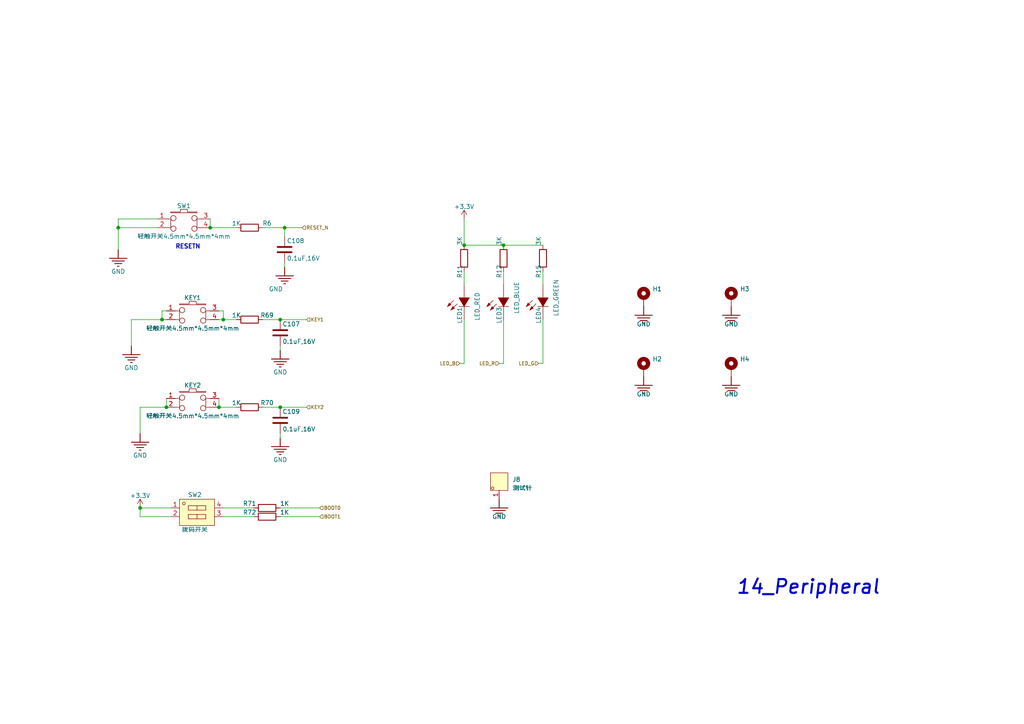
<source format=kicad_sch>
(kicad_sch (version 20230121) (generator eeschema)
  (paper "A4")
  (lib_symbols
    (symbol "0.1uF,16V_1" (pin_numbers hide) (pin_names (offset 0.254))
      (property "Reference" "C" (at 0.635 2.54 0))
      (property "Value" "0.1uF,16V_1" (at 0.635 -2.54 0))
      (symbol "0.1uF,16V_1_0_1"
        (polyline (pts (xy -2.032 -0.762) (xy 2.032 -0.762)) (stroke (width 0.508)))
        (polyline (pts (xy -2.032 0.762) (xy 2.032 0.762)) (stroke (width 0.508)))
      )
      (symbol "0.1uF,16V_1_1_1"
        (pin passive line (at 0 3.81 270) (length 2.794) (name "~") (number "1"))
        (pin passive line (at 0 -3.81 90) (length 2.794) (name "~") (number "2"))
      )
    )
    (symbol "0.1uF,16V_2" (pin_numbers hide) (pin_names (offset 0.254))
      (property "Reference" "C" (at 0.635 2.54 0))
      (property "Value" "0.1uF,16V_2" (at 0.635 -2.54 0))
      (symbol "0.1uF,16V_2_0_1"
        (polyline (pts (xy -2.032 -0.762) (xy 2.032 -0.762)) (stroke (width 0.508)))
        (polyline (pts (xy -2.032 0.762) (xy 2.032 0.762)) (stroke (width 0.508)))
      )
      (symbol "0.1uF,16V_2_1_1"
        (pin passive line (at 0 3.81 270) (length 2.794) (name "~") (number "1"))
        (pin passive line (at 0 -3.81 90) (length 2.794) (name "~") (number "2"))
      )
    )
    (symbol "01-HPM-Peripheral:LED_BLUE" (pin_numbers hide) (pin_names (offset 1.016) hide)
      (property "Reference" "LED" (at -5.08 1.27 0))
      (property "Value" "LED_BLUE" (at 0 -3.81 0))
      (symbol "LED_BLUE_1_1"
        (polyline (pts (xy -2.54 1.524) (xy -2.54 -1.524)) (stroke (width 0.1524)))
        (polyline (pts (xy -1.778 2.032) (xy -3.556 3.81)) (stroke (width 0.1524)))
        (polyline (pts (xy -0.762 3.048) (xy -2.54 4.826)) (stroke (width 0.1524)))
        (polyline (pts (xy -3.556 3.81) (xy -2.54 3.302) (xy -3.048 2.794) (xy -3.556 3.81)) (stroke (width 0.1524)) (fill (type outline)))
        (polyline (pts (xy -2.54 4.826) (xy -1.524 4.318) (xy -2.032 3.81) (xy -2.54 4.826)) (stroke (width 0.1524)) (fill (type outline)))
        (polyline (pts (xy 0 -1.524) (xy -2.54 0) (xy 0 1.524) (xy 0 -1.524)) (stroke (width 0.1524)) (fill (type outline)))
        (pin input line (at -6.35 0 0) (length 3.81) (name "K") (number "1"))
        (pin input line (at 3.81 0 180) (length 3.81) (name "A") (number "2"))
      )
    )
    (symbol "01-HPM-Peripheral:LED_GREEN" (pin_numbers hide) (pin_names (offset 1.016) hide)
      (property "Reference" "LED" (at -5.08 1.27 0))
      (property "Value" "LED_GREEN" (at 0 -3.81 0))
      (symbol "LED_GREEN_1_1"
        (polyline (pts (xy -2.54 1.524) (xy -2.54 -1.524)) (stroke (width 0.1524)))
        (polyline (pts (xy -1.778 2.032) (xy -3.556 3.81)) (stroke (width 0.1524)))
        (polyline (pts (xy -0.762 3.048) (xy -2.54 4.826)) (stroke (width 0.1524)))
        (polyline (pts (xy -3.556 3.81) (xy -2.54 3.302) (xy -3.048 2.794) (xy -3.556 3.81)) (stroke (width 0.1524)) (fill (type outline)))
        (polyline (pts (xy -2.54 4.826) (xy -1.524 4.318) (xy -2.032 3.81) (xy -2.54 4.826)) (stroke (width 0.1524)) (fill (type outline)))
        (polyline (pts (xy 0 -1.524) (xy -2.54 0) (xy 0 1.524) (xy 0 -1.524)) (stroke (width 0.1524)) (fill (type outline)))
        (pin input line (at -6.35 0 0) (length 3.81) (name "K") (number "1"))
        (pin input line (at 3.81 0 180) (length 3.81) (name "A") (number "2"))
      )
    )
    (symbol "01-HPM-Peripheral:LED_RED" (pin_numbers hide) (pin_names (offset 1.016) hide)
      (property "Reference" "LED" (at -5.08 1.27 0))
      (property "Value" "LED_RED" (at 0 -3.81 0))
      (symbol "LED_RED_1_1"
        (polyline (pts (xy -2.54 1.524) (xy -2.54 -1.524)) (stroke (width 0.1524)))
        (polyline (pts (xy -1.778 2.032) (xy -3.556 3.81)) (stroke (width 0.1524)))
        (polyline (pts (xy -0.762 3.048) (xy -2.54 4.826)) (stroke (width 0.1524)))
        (polyline (pts (xy -3.556 3.81) (xy -2.54 3.302) (xy -3.048 2.794) (xy -3.556 3.81)) (stroke (width 0.1524)) (fill (type outline)))
        (polyline (pts (xy -2.54 4.826) (xy -1.524 4.318) (xy -2.032 3.81) (xy -2.54 4.826)) (stroke (width 0.1524)) (fill (type outline)))
        (polyline (pts (xy 0 -1.524) (xy -2.54 0) (xy 0 1.524) (xy 0 -1.524)) (stroke (width 0.1524)) (fill (type outline)))
        (pin input line (at -6.35 0 0) (length 3.81) (name "K") (number "1"))
        (pin input line (at 3.81 0 180) (length 3.81) (name "A") (number "2"))
      )
    )
    (symbol "01-HPM-Peripheral:拨码开关" (pin_names (offset 1.016) hide)
      (property "Reference" "SW" (at -0.635 5.08 0))
      (property "Value" "拨码开关" (at -0.635 -5.08 0))
      (symbol "拨码开关_1_1"
        (rectangle (start -5.08 -3.81) (end 5.08 3.81) (fill (type background)))
        (circle (center -3.81 2.54) (radius 0.381))
        (rectangle (start -2.54 -1.905) (end 2.54 -0.635))
        (rectangle (start -2.54 0.635) (end 2.54 1.905))
        (polyline (pts (xy 0 -0.635) (xy 0 -1.905)))
        (polyline (pts (xy 0 1.905) (xy 0 0.635)))
        (pin input line (at -7.62 1.27 0) (length 2.54) (name "PIN1") (number "1"))
        (pin input line (at -7.62 -1.27 0) (length 2.54) (name "PIN2") (number "2"))
        (pin input line (at 7.62 -1.27 180) (length 2.54) (name "PIN3") (number "3"))
        (pin input line (at 7.62 1.27 180) (length 2.54) (name "PIN4") (number "4"))
      )
    )
    (symbol "01-HPM-Peripheral:轻触开关4.5mm*4.5mm*4mm" (pin_names (offset 1.016) hide)
      (property "Reference" "SW" (at 0 3.81 0))
      (property "Value" "轻触开关4.5mm*4.5mm*4mm" (at 0 -5.08 0))
      (symbol "轻触开关4.5mm*4.5mm*4mm_1_1"
        (arc (start -3.81 -2.8194) (mid -3.048 -3.5781) (end -2.286 -2.8194))
        (arc (start -3.81 0.2286) (mid -3.048 -0.5301) (end -2.286 0.2286))
        (arc (start -2.286 -2.794) (mid -3.0605 -2.0571) (end -3.81 -2.8194))
        (arc (start -2.286 0.254) (mid -3.0605 0.9909) (end -3.81 0.2286))
        (polyline (pts (xy -5.08 -2.54) (xy -4.064 -2.54)))
        (polyline (pts (xy -5.08 0) (xy -4.064 0)))
        (polyline (pts (xy -3.81 0.254) (xy -3.81 -2.794)))
        (polyline (pts (xy 3.81 -2.794) (xy 3.81 0.254)))
        (polyline (pts (xy 5.08 -2.54) (xy 4.064 -2.54)))
        (polyline (pts (xy 5.08 0) (xy 4.064 0)))
        (polyline (pts (xy -3.81 2.032) (xy -3.81 1.778) (xy -3.81 1.778) (xy 3.81 1.778) (xy 3.81 1.778) (xy 3.81 2.032) (xy 3.81 2.032) (xy 1.016 2.032) (xy 1.016 2.032) (xy 1.016 2.794) (xy 1.016 2.794) (xy -1.016 2.794) (xy -1.016 2.794) (xy -1.016 2.032) (xy -1.016 2.032) (xy -3.81 2.032)))
        (arc (start 2.286 -2.8194) (mid 3.048 -3.5781) (end 3.81 -2.8194))
        (arc (start 2.286 0.2286) (mid 3.048 -0.5301) (end 3.81 0.2286))
        (arc (start 3.81 -2.794) (mid 3.0355 -2.0568) (end 2.286 -2.8194))
        (arc (start 3.81 0.254) (mid 3.0355 0.9912) (end 2.286 0.2286))
        (pin input line (at -7.62 0 0) (length 2.54) (name "1") (number "1"))
        (pin input line (at -7.62 -2.54 0) (length 2.54) (name "2") (number "2"))
        (pin input line (at 7.62 0 180) (length 2.54) (name "3") (number "3"))
        (pin input line (at 7.62 -2.54 180) (length 2.54) (name "4") (number "4"))
      )
    )
    (symbol "02_HPM_Resistor:1K" (pin_numbers hide) (pin_names (offset 0))
      (property "Reference" "R" (at -5.08 1.27 0))
      (property "Value" "1K" (at 5.08 1.27 0))
      (symbol "1K_0_1"
        (rectangle (start 2.54 -1.016) (end -2.54 1.016) (stroke (width 0.254)))
      )
      (symbol "1K_1_1"
        (pin passive line (at -3.81 0 0) (length 1.27) (name "~") (number "1"))
        (pin passive line (at 3.81 0 180) (length 1.27) (name "~") (number "2"))
      )
    )
    (symbol "02_HPM_Resistor:3K" (pin_numbers hide) (pin_names (offset 0))
      (property "Reference" "R" (at -3.81 1.27 0))
      (property "Value" "3K" (at 5.08 1.27 0))
      (symbol "3K_0_1"
        (rectangle (start 2.54 -1.016) (end -2.54 1.016) (stroke (width 0.254)))
      )
      (symbol "3K_1_1"
        (pin passive line (at -3.81 0 0) (length 1.27) (name "~") (number "1"))
        (pin passive line (at 3.81 0 180) (length 1.27) (name "~") (number "2"))
      )
    )
    (symbol "03_HPM_Capacitance:0.1uF,16V" (pin_numbers hide) (pin_names (offset 0.254))
      (property "Reference" "C" (at 0.635 2.54 0))
      (property "Value" "0.1uF,16V" (at 0.635 -2.54 0))
      (symbol "0.1uF,16V_0_1"
        (polyline (pts (xy -2.032 -0.762) (xy 2.032 -0.762)) (stroke (width 0.508)))
        (polyline (pts (xy -2.032 0.762) (xy 2.032 0.762)) (stroke (width 0.508)))
      )
      (symbol "0.1uF,16V_1_1"
        (pin passive line (at 0 3.81 270) (length 2.794) (name "~") (number "1"))
        (pin passive line (at 0 -3.81 90) (length 2.794) (name "~") (number "2"))
      )
    )
    (symbol "05_HPM_Connector:测试针绿" (pin_names (offset 1.016) hide)
      (property "Reference" "J" (at -3.175 1.905 0))
      (property "Value" "测试针绿" (at 0.635 6.985 0))
      (symbol "测试针绿_1_1"
        (circle (center -1.905 1.905) (radius 0.381))
        (rectangle (start 2.54 1.27) (end -2.54 6.35) (fill (type background)))
        (pin input line (at 0 -1.27 90) (length 2.54) (name "1") (number "1"))
      )
    )
    (symbol "1K_1" (pin_numbers hide) (pin_names (offset 0))
      (property "Reference" "R" (at -5.08 1.27 0))
      (property "Value" "1K" (at 5.08 1.27 0))
      (symbol "1K_1_0_1"
        (rectangle (start 2.54 -1.016) (end -2.54 1.016) (stroke (width 0.254)))
      )
      (symbol "1K_1_1_1"
        (pin passive line (at -3.81 0 0) (length 1.27) (name "~") (number "1"))
        (pin passive line (at 3.81 0 180) (length 1.27) (name "~") (number "2"))
      )
    )
    (symbol "1K_2" (pin_numbers hide) (pin_names (offset 0))
      (property "Reference" "R" (at -5.08 1.27 0))
      (property "Value" "1K_2" (at 5.08 1.27 0))
      (symbol "1K_2_0_1"
        (rectangle (start 2.54 -1.016) (end -2.54 1.016) (stroke (width 0.254)))
      )
      (symbol "1K_2_1_1"
        (pin passive line (at -3.81 0 0) (length 1.27) (name "~") (number "1"))
        (pin passive line (at 3.81 0 180) (length 1.27) (name "~") (number "2"))
      )
    )
    (symbol "456-altium-import:GND" (power)
      (property "Reference" "#PWR" (at 0 0 0))
      (property "Value" "GND" (at 0 6.35 0))
      (symbol "GND_0_0"
        (polyline (pts (xy -2.54 -2.54) (xy 2.54 -2.54)) (stroke (width 0.254)))
        (polyline (pts (xy -1.778 -3.302) (xy 1.778 -3.302)) (stroke (width 0.254)))
        (polyline (pts (xy -1.016 -4.064) (xy 1.016 -4.064)) (stroke (width 0.254)))
        (polyline (pts (xy -0.254 -4.826) (xy 0.254 -4.826)) (stroke (width 0.254)))
        (polyline (pts (xy 0 0) (xy 0 -2.54)) (stroke (width 0.254)))
        (pin power_in line (at 0 0 0) (length 0) hide (name "GND") (number ""))
      )
    )
    (symbol "GND_1" (power)
      (property "Value" "GND_1" (at 1.27 -6.35 0))
      (symbol "GND_1_0_0"
        (polyline (pts (xy -2.54 -2.54) (xy 2.54 -2.54)) (stroke (width 0.254)))
        (polyline (pts (xy -1.778 -3.302) (xy 1.778 -3.302)) (stroke (width 0.254)))
        (polyline (pts (xy -1.016 -4.064) (xy 1.016 -4.064)) (stroke (width 0.254)))
        (polyline (pts (xy -0.254 -4.826) (xy 0.254 -4.826)) (stroke (width 0.254)))
        (polyline (pts (xy 0 0) (xy 0 -2.54)) (stroke (width 0.254)))
        (pin power_in line (at 0 0 0) (length 0) hide (name "GND") (number ""))
      )
    )
    (symbol "GND_2" (power)
      (property "Value" "GND_2" (at 1.27 -6.35 0))
      (symbol "GND_2_0_0"
        (polyline (pts (xy -2.54 -2.54) (xy 2.54 -2.54)) (stroke (width 0.254)))
        (polyline (pts (xy -1.778 -3.302) (xy 1.778 -3.302)) (stroke (width 0.254)))
        (polyline (pts (xy -1.016 -4.064) (xy 1.016 -4.064)) (stroke (width 0.254)))
        (polyline (pts (xy -0.254 -4.826) (xy 0.254 -4.826)) (stroke (width 0.254)))
        (polyline (pts (xy 0 0) (xy 0 -2.54)) (stroke (width 0.254)))
        (pin power_in line (at 0 0 0) (length 0) hide (name "GND") (number ""))
      )
    )
    (symbol "GND_3" (power)
      (property "Value" "GND_3" (at 1.27 -6.35 0))
      (symbol "GND_3_0_0"
        (polyline (pts (xy -2.54 -2.54) (xy 2.54 -2.54)) (stroke (width 0.254)))
        (polyline (pts (xy -1.778 -3.302) (xy 1.778 -3.302)) (stroke (width 0.254)))
        (polyline (pts (xy -1.016 -4.064) (xy 1.016 -4.064)) (stroke (width 0.254)))
        (polyline (pts (xy -0.254 -4.826) (xy 0.254 -4.826)) (stroke (width 0.254)))
        (polyline (pts (xy 0 0) (xy 0 -2.54)) (stroke (width 0.254)))
        (pin power_in line (at 0 0 0) (length 0) hide (name "GND") (number ""))
      )
    )
    (symbol "Mechanical:MountingHole_Pad" (pin_numbers hide) (pin_names (offset 1.016) hide)
      (property "Reference" "H" (at 0 6.35 0))
      (property "Value" "MountingHole_Pad" (at 0 4.445 0))
      (symbol "MountingHole_Pad_0_1"
        (circle (center 0 1.27) (radius 1.27) (stroke (width 1.27)))
      )
      (symbol "MountingHole_Pad_1_1"
        (pin input line (at 0 -2.54 90) (length 2.54) (name "1") (number "1"))
      )
    )
    (symbol "power:+3.3V" (power) (pin_names (offset 0))
      (property "Value" "+3.3V" (at 0 3.556 0))
      (symbol "+3.3V_0_1"
        (polyline (pts (xy -0.762 1.27) (xy 0 2.54)))
        (polyline (pts (xy 0 0) (xy 0 2.54)))
        (polyline (pts (xy 0 2.54) (xy 0.762 1.27)))
      )
      (symbol "+3.3V_1_1"
        (pin power_in line (at 0 0 90) (length 0) hide (name "+3.3V") (number "1"))
      )
    )
    (symbol "power:GND" (power)
      (property "Value" "GND" (at 1.27 -6.35 0))
      (symbol "GND_0_0"
        (polyline (pts (xy -2.54 -2.54) (xy 2.54 -2.54)) (stroke (width 0.254)))
        (polyline (pts (xy -1.778 -3.302) (xy 1.778 -3.302)) (stroke (width 0.254)))
        (polyline (pts (xy -1.016 -4.064) (xy 1.016 -4.064)) (stroke (width 0.254)))
        (polyline (pts (xy -0.254 -4.826) (xy 0.254 -4.826)) (stroke (width 0.254)))
        (polyline (pts (xy 0 0) (xy 0 -2.54)) (stroke (width 0.254)))
        (pin power_in line (at 0 0 0) (length 0) hide (name "GND") (number ""))
      )
    )
  )
  (junction (at 146.05 71.12))
  (junction (at 40.64 147.32))
  (junction (at 34.29 66.04))
  (junction (at 48.26 118.11))
  (junction (at 134.62 71.12))
  (junction (at 60.96 66.04))
  (junction (at 81.28 118.11))
  (junction (at 82.55 66.04))
  (junction (at 64.77 92.71))
  (junction (at 81.28 92.71))
  (junction (at 46.99 92.71))
  (junction (at 63.5 118.11))
  (wire (pts (xy 40.64 149.86) (xy 49.53 149.86)) (stroke (width 0.15)))
  (wire (pts (xy 146.05 78.74) (xy 146.05 82.55)))
  (wire (pts (xy 76.2 66.04) (xy 82.55 66.04)))
  (wire (pts (xy 134.62 63.5) (xy 134.62 71.12)))
  (wire (pts (xy 38.1 92.71) (xy 38.1 100.33)) (stroke (width 0.15)))
  (wire (pts (xy 76.2 92.71) (xy 81.28 92.71)) (stroke (width 0.15)))
  (wire (pts (xy 157.48 78.74) (xy 157.48 82.55)))
  (wire (pts (xy 40.64 147.32) (xy 49.53 147.32)) (stroke (width 0.15)))
  (wire (pts (xy 86.36 149.86) (xy 81.28 149.86)))
  (wire (pts (xy 48.26 115.57) (xy 48.26 118.11)) (stroke (width 0.15)))
  (wire (pts (xy 45.72 63.5) (xy 34.29 63.5)) (stroke (width 0.15)))
  (wire (pts (xy 134.62 78.74) (xy 134.62 82.55)))
  (wire (pts (xy 146.05 92.71) (xy 146.05 105.41)))
  (wire (pts (xy 157.48 92.71) (xy 157.48 105.41)))
  (wire (pts (xy 134.62 71.12) (xy 146.05 71.12)))
  (wire (pts (xy 40.64 147.32) (xy 40.64 149.86)) (stroke (width 0.15)))
  (wire (pts (xy 40.64 118.11) (xy 40.64 125.73)) (stroke (width 0.15)))
  (wire (pts (xy 64.77 90.17) (xy 64.77 92.71)))
  (wire (pts (xy 86.36 149.86) (xy 92.71 149.86)) (stroke (width 0.15)))
  (wire (pts (xy 64.77 92.71) (xy 68.58 92.71)) (stroke (width 0.15)))
  (wire (pts (xy 82.55 77.47) (xy 82.55 76.2)) (stroke (width 0.15)))
  (wire (pts (xy 46.99 92.71) (xy 48.26 92.71)))
  (wire (pts (xy 86.36 147.32) (xy 92.71 147.32)) (stroke (width 0.15)))
  (wire (pts (xy 81.28 92.71) (xy 88.9 92.71)) (stroke (width 0.15)))
  (wire (pts (xy 144.78 105.41) (xy 146.05 105.41)))
  (wire (pts (xy 134.62 92.71) (xy 134.62 105.41)))
  (wire (pts (xy 81.28 101.6) (xy 81.28 100.33)) (stroke (width 0.15)))
  (wire (pts (xy 64.77 147.32) (xy 73.66 147.32)) (stroke (width 0.15)))
  (wire (pts (xy 82.55 68.58) (xy 82.55 66.04)))
  (wire (pts (xy 64.77 149.86) (xy 73.66 149.86)) (stroke (width 0.15)))
  (wire (pts (xy 60.96 63.5) (xy 60.96 66.04)))
  (wire (pts (xy 48.26 90.17) (xy 46.99 90.17)))
  (wire (pts (xy 146.05 71.12) (xy 157.48 71.12)))
  (wire (pts (xy 76.2 118.11) (xy 81.28 118.11)) (stroke (width 0.15)))
  (wire (pts (xy 81.28 127) (xy 81.28 125.73)) (stroke (width 0.15)))
  (wire (pts (xy 86.36 147.32) (xy 81.28 147.32)))
  (wire (pts (xy 63.5 90.17) (xy 64.77 90.17)))
  (wire (pts (xy 48.26 118.11) (xy 40.64 118.11)) (stroke (width 0.15)))
  (wire (pts (xy 34.29 63.5) (xy 34.29 66.04)) (stroke (width 0.15)))
  (wire (pts (xy 46.99 90.17) (xy 46.99 92.71)))
  (wire (pts (xy 63.5 118.11) (xy 68.58 118.11)) (stroke (width 0.15)))
  (wire (pts (xy 63.5 115.57) (xy 63.5 118.11)) (stroke (width 0.15)))
  (wire (pts (xy 156.21 105.41) (xy 157.48 105.41)))
  (wire (pts (xy 81.28 118.11) (xy 88.9 118.11)) (stroke (width 0.15)))
  (wire (pts (xy 45.72 66.04) (xy 34.29 66.04)) (stroke (width 0.15)))
  (wire (pts (xy 63.5 92.71) (xy 64.77 92.71)) (stroke (width 0.15)))
  (wire (pts (xy 46.99 92.71) (xy 38.1 92.71)) (stroke (width 0.15)))
  (wire (pts (xy 133.35 105.41) (xy 134.62 105.41)))
  (wire (pts (xy 60.96 66.04) (xy 68.58 66.04)))
  (wire (pts (xy 82.55 66.04) (xy 87.63 66.04)))
  (wire (pts (xy 34.29 66.04) (xy 34.29 72.39)) (stroke (width 0.15)))
  (text "RESETN" (at 50.8 72.39 0) (effects (font (size 1.27 1.27) bold) (justify left bottom)))
  (text "14_Peripheral" (at 213.36 172.72 0) (effects (font (size 4 4) (thickness 0.6) bold italic) (justify left bottom)))
  (hierarchical_label "BOOT1" (shape input) (at 92.71 149.86 0) (effects (font (size 1 1))))
  (hierarchical_label "LED_G" (shape input) (at 156.21 105.41 180) (effects (font (size 1 1))))
  (hierarchical_label "KEY2" (shape input) (at 88.9 118.11 0) (effects (font (size 1 1))))
  (hierarchical_label "RESET_N" (shape input) (at 87.63 66.04 0) (effects (font (size 1 1))))
  (hierarchical_label "LED_B" (shape input) (at 133.35 105.41 180) (effects (font (size 1 1))))
  (hierarchical_label "KEY1" (shape input) (at 88.9 92.71 0) (effects (font (size 1 1))))
  (hierarchical_label "BOOT0" (shape input) (at 92.71 147.32 0) (effects (font (size 1 1))))
  (hierarchical_label "LED_R" (shape input) (at 144.78 105.41 180) (effects (font (size 1 1))))
  (symbol (lib_name "1K_2") (lib_id "02_HPM_Resistor:1K") (at 77.47 147.32 0) (unit 1)
    (property "Reference" "R71" (at 72.39 146.05 0))
    (property "Value" "1K" (at 82.55 146.05 0))
    (property "Footprint" "02_HPM_Resistor:R_0402_1005Metric" (effects hide))
    (property "Model" "0402WGF1001TCE" (effects hide))
    (property "Company" "UNI-ROYAL(厚声)" (effects hide))
  )
  (symbol (lib_id "456-altium-import:GND") (at 81.28 127 0) (unit 1)
    (property "Reference" "#PWR021" (effects hide))
    (property "Value" "GND" (at 81.28 133.35 0))
  )
  (symbol (lib_id "01-HPM-Peripheral:LED_BLUE") (at 146.05 86.36 90) (unit 1)
    (property "Reference" "LED3" (at 144.78 91.44 0))
    (property "Value" "LED_BLUE" (at 149.86 86.36 0))
    (property "Footprint" "04_HPM_Diode:LED_0603" (effects hide))
    (property "Model" "NCD0603B1" (effects hide))
    (property "Company" "国星光电" (effects hide))
  )
  (symbol (lib_id "456-altium-import:GND") (at 81.28 101.6 0) (unit 1)
    (property "Reference" "#PWR020" (effects hide))
    (property "Value" "GND" (at 81.28 107.95 0))
  )
  (symbol (lib_id "456-altium-import:GND") (at 34.29 72.39 0) (unit 1)
    (property "Reference" "#PWR0275" (effects hide))
    (property "Value" "GND" (at 34.29 78.74 0))
  )
  (symbol (lib_id "Mechanical:MountingHole_Pad") (at 186.69 106.68 0) (unit 1)
    (property "Reference" "H2" (at 189.23 104.1399 0) (effects (justify left)))
    (property "Value" "MountingHole_Pad" (effects hide))
    (property "Footprint" "01-HPM-Peripheral:FIX" (effects hide))
  )
  (symbol (lib_id "02_HPM_Resistor:3K") (at 157.48 74.93 90) (unit 1)
    (property "Reference" "R15" (at 156.21 78.74 0))
    (property "Value" "3K" (at 156.21 69.85 0))
    (property "Footprint" "02_HPM_Resistor:R_0402" (effects hide))
    (property "Model" "RC0402FR-073KL" (effects hide))
    (property "Company" "YAGEO(国巨)" (effects hide))
  )
  (symbol (lib_name "GND_2") (lib_id "power:GND") (at 144.78 144.78 0) (unit 1)
    (property "Reference" "#PWR052" (effects hide))
    (property "Value" "GND" (at 144.78 149.86 0))
  )
  (symbol (lib_name "0.1uF,16V_1") (lib_id "03_HPM_Capacitance:0.1uF,16V") (at 82.55 72.39 0) (unit 1)
    (property "Reference" "C108" (at 83.185 69.85 0) (effects (justify left)))
    (property "Value" "0.1uF,16V" (at 83.185 74.93 0) (effects (justify left)))
    (property "Footprint" "03_HPM_Capacitance:C_0402" (effects hide))
    (property "Model" "CL05B104KO5NNNC" (effects hide))
    (property "Company" "SAMSUNG(三星)" (effects hide))
  )
  (symbol (lib_id "01-HPM-Peripheral:拨码开关") (at 57.15 148.59 0) (unit 1)
    (property "Reference" "SW2" (at 56.515 143.51 0))
    (property "Value" "拨码开关" (at 56.515 153.67 0))
    (property "Footprint" "01-HPM-Peripheral:拨码开关2.54mm" (effects hide))
    (property "Model" "DM-02-V" (effects hide))
    (property "Company" "圜达" (effects hide))
  )
  (symbol (lib_id "456-altium-import:GND") (at 38.1 100.33 0) (unit 1)
    (property "Reference" "#PWR0280" (effects hide))
    (property "Value" "GND" (at 38.1 106.68 0))
  )
  (symbol (lib_id "Mechanical:MountingHole_Pad") (at 186.69 86.36 0) (unit 1)
    (property "Reference" "H1" (at 189.23 83.8199 0) (effects (justify left)))
    (property "Value" "MountingHole_Pad" (effects hide))
    (property "Footprint" "01-HPM-Peripheral:FIX" (effects hide))
  )
  (symbol (lib_id "Mechanical:MountingHole_Pad") (at 212.09 106.68 0) (unit 1)
    (property "Reference" "H4" (at 214.63 104.1399 0) (effects (justify left)))
    (property "Value" "MountingHole_Pad" (effects hide))
    (property "Footprint" "01-HPM-Peripheral:FIX" (effects hide))
  )
  (symbol (lib_name "1K_1") (lib_id "02_HPM_Resistor:1K") (at 72.39 92.71 0) (unit 1)
    (property "Reference" "R69" (at 77.47 91.44 0))
    (property "Value" "1K" (at 68.58 91.44 0))
    (property "Footprint" "02_HPM_Resistor:R_0402_1005Metric" (effects hide))
    (property "Model" "0402WGF1001TCE" (effects hide))
    (property "Company" "UNI-ROYAL(厚声)" (effects hide))
  )
  (symbol (lib_id "power:+3.3V") (at 134.62 63.5 0) (unit 1)
    (property "Reference" "#PWR0159" (effects hide))
    (property "Value" "+3.3V" (at 134.62 59.944 0))
  )
  (symbol (lib_id "power:+3.3V") (at 40.64 147.32 0) (unit 1)
    (property "Reference" "#PWR0282" (effects hide))
    (property "Value" "+3.3V" (at 40.64 143.764 0))
  )
  (symbol (lib_name "1K_1") (lib_id "02_HPM_Resistor:1K") (at 72.39 66.04 0) (unit 1)
    (property "Reference" "R6" (at 77.47 64.77 0))
    (property "Value" "1K" (at 68.58 64.77 0))
    (property "Footprint" "02_HPM_Resistor:R_0402_1005Metric" (effects hide))
    (property "Model" "0402WGF1001TCE" (effects hide))
    (property "Company" "UNI-ROYAL(厚声)" (effects hide))
  )
  (symbol (lib_id "01-HPM-Peripheral:轻触开关4.5mm*4.5mm*4mm") (at 55.88 115.57 0) (unit 1)
    (property "Reference" "KEY2" (at 55.88 111.76 0))
    (property "Value" "轻触开关4.5mm*4.5mm*4mm" (at 55.88 120.65 0))
    (property "Footprint" "01-HPM-Peripheral:KEY_4.5mm" (effects hide))
    (property "Model" " TS4540TP" (effects hide))
    (property "Company" "SHOU HAN(首韩)" (effects hide))
  )
  (symbol (lib_name "0.1uF,16V_2") (lib_id "03_HPM_Capacitance:0.1uF,16V") (at 81.28 96.52 0) (unit 1)
    (property "Reference" "C107" (at 81.915 93.98 0) (effects (justify left)))
    (property "Value" "0.1uF,16V" (at 81.915 99.06 0) (effects (justify left)))
    (property "Footprint" "03_HPM_Capacitance:C_0402" (effects hide))
    (property "Model" "CL05B104KO5NNNC" (effects hide))
    (property "Company" "SAMSUNG(三星)" (effects hide))
  )
  (symbol (lib_id "03_HPM_Capacitance:0.1uF,16V") (at 81.28 121.92 0) (unit 1)
    (property "Reference" "C109" (at 81.915 119.38 0) (effects (justify left)))
    (property "Value" "0.1uF,16V" (at 81.915 124.46 0) (effects (justify left)))
    (property "Footprint" "03_HPM_Capacitance:C_0402" (effects hide))
    (property "Model" "CL05B104KO5NNNC" (effects hide))
    (property "Company" "SAMSUNG(三星)" (effects hide))
  )
  (symbol (lib_id "Mechanical:MountingHole_Pad") (at 212.09 86.36 0) (unit 1)
    (property "Reference" "H3" (at 214.63 83.8199 0) (effects (justify left)))
    (property "Value" "MountingHole_Pad" (effects hide))
    (property "Footprint" "01-HPM-Peripheral:FIX" (effects hide))
  )
  (symbol (lib_name "GND_3") (lib_id "power:GND") (at 212.09 88.9 0) (unit 1)
    (property "Reference" "#PWR0285" (effects hide))
    (property "Value" "GND" (at 212.09 93.98 0))
  )
  (symbol (lib_name "1K_1") (lib_id "02_HPM_Resistor:1K") (at 72.39 118.11 0) (unit 1)
    (property "Reference" "R70" (at 77.47 116.84 0))
    (property "Value" "1K" (at 68.58 116.84 0))
    (property "Footprint" "02_HPM_Resistor:R_0402_1005Metric" (effects hide))
    (property "Model" "0402WGF1001TCE" (effects hide))
    (property "Company" "UNI-ROYAL(厚声)" (effects hide))
  )
  (symbol (lib_id "01-HPM-Peripheral:轻触开关4.5mm*4.5mm*4mm") (at 53.34 63.5 0) (unit 1)
    (property "Reference" "SW1" (at 53.34 59.69 0))
    (property "Value" "轻触开关4.5mm*4.5mm*4mm" (at 53.34 68.58 0))
    (property "Footprint" "01-HPM-Peripheral:KEY_4.5mm" (effects hide))
    (property "Model" " TS4540TP" (effects hide))
    (property "Company" "SHOU HAN(首韩)" (effects hide))
  )
  (symbol (lib_id "05_HPM_Connector:测试针绿") (at 144.78 143.51 0) (unit 1)
    (property "Reference" "J8" (at 148.59 139.065 0) (effects (justify left)))
    (property "Value" "测试针" (at 148.59 141.605 0) (effects (justify left)))
    (property "Footprint" "05_HPM_Connector:测试针" (effects hide))
    (property "Model" "RH-5116" (effects hide))
    (property "Company" "荣和" (effects hide))
  )
  (symbol (lib_id "01-HPM-Peripheral:LED_GREEN") (at 157.48 86.36 90) (unit 1)
    (property "Reference" "LED4" (at 156.21 91.44 0))
    (property "Value" "LED_GREEN" (at 161.29 86.36 0))
    (property "Footprint" "04_HPM_Diode:LED_0603" (effects hide))
    (property "Model" "NCD0603C1" (effects hide))
    (property "Company" "国星光电" (effects hide))
  )
  (symbol (lib_id "02_HPM_Resistor:1K") (at 77.47 149.86 0) (unit 1)
    (property "Reference" "R72" (at 72.39 148.59 0))
    (property "Value" "1K" (at 82.55 148.59 0))
    (property "Footprint" "02_HPM_Resistor:R_0402_1005Metric" (effects hide))
    (property "Model" "0402WGF1001TCE" (effects hide))
    (property "Company" "UNI-ROYAL(厚声)" (effects hide))
  )
  (symbol (lib_id "01-HPM-Peripheral:轻触开关4.5mm*4.5mm*4mm") (at 55.88 90.17 0) (unit 1)
    (property "Reference" "KEY1" (at 55.88 86.36 0))
    (property "Value" "轻触开关4.5mm*4.5mm*4mm" (at 55.88 95.25 0))
    (property "Footprint" "01-HPM-Peripheral:KEY_4.5mm" (effects hide))
    (property "Model" " TS4540TP" (effects hide))
    (property "Company" "SHOU HAN(首韩)" (effects hide))
  )
  (symbol (lib_name "GND_1") (lib_id "power:GND") (at 212.09 109.22 0) (unit 1)
    (property "Reference" "#PWR0286" (effects hide))
    (property "Value" "GND" (at 212.09 114.3 0))
  )
  (symbol (lib_id "02_HPM_Resistor:3K") (at 146.05 74.93 90) (unit 1)
    (property "Reference" "R12" (at 144.78 78.74 0))
    (property "Value" "3K" (at 144.78 69.85 0))
    (property "Footprint" "02_HPM_Resistor:R_0402" (effects hide))
    (property "Model" "RC0402FR-073KL" (effects hide))
    (property "Company" "YAGEO(国巨)" (effects hide))
  )
  (symbol (lib_name "GND_2") (lib_id "power:GND") (at 186.69 109.22 0) (unit 1)
    (property "Reference" "#PWR0287" (effects hide))
    (property "Value" "GND" (at 186.69 114.3 0))
  )
  (symbol (lib_id "456-altium-import:GND") (at 82.55 77.47 0) (unit 1)
    (property "Reference" "#PWR0274" (effects hide))
    (property "Value" "GND" (at 80.01 83.82 0))
  )
  (symbol (lib_id "power:GND") (at 186.69 88.9 0) (unit 1)
    (property "Reference" "#PWR0284" (effects hide))
    (property "Value" "GND" (at 186.69 93.98 0))
  )
  (symbol (lib_id "456-altium-import:GND") (at 40.64 125.73 0) (unit 1)
    (property "Reference" "#PWR0281" (effects hide))
    (property "Value" "GND" (at 40.64 132.08 0))
  )
  (symbol (lib_id "02_HPM_Resistor:3K") (at 134.62 74.93 90) (unit 1)
    (property "Reference" "R11" (at 133.35 78.74 0))
    (property "Value" "3K" (at 133.35 69.85 0))
    (property "Footprint" "02_HPM_Resistor:R_0402" (effects hide))
    (property "Model" "RC0402FR-073KL" (effects hide))
    (property "Company" "YAGEO(国巨)" (effects hide))
  )
  (symbol (lib_id "01-HPM-Peripheral:LED_RED") (at 134.62 86.36 90) (unit 1)
    (property "Reference" "LED1" (at 133.35 91.44 0))
    (property "Value" "LED_RED" (at 138.43 88.9 0))
    (property "Footprint" "04_HPM_Diode:LED_0603" (effects hide))
    (property "Model" "NCD0603R1" (effects hide))
    (property "Company" "国星光电" (effects hide))
  )
)
</source>
